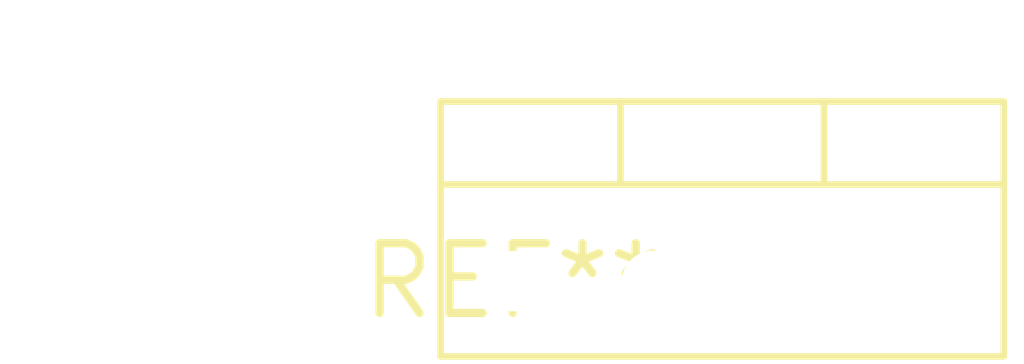
<source format=kicad_pcb>
(kicad_pcb (version 20240108) (generator pcbnew)
  (layers (0 "F.Cu" signal) (31 "B.Cu" signal) (34 "B.Paste" user) (35 "F.Paste" user) (36 "B.SilkS" user "B.Silkscreen") (37 "F.SilkS" user "F.Silkscreen") (38 "B.Mask" user) (39 "F.Mask" user) (44 "Edge.Cuts" user))
  (net 0 "")
  (footprint "TO-220-4_Vertical" (layer "F.Cu") (at 0 0)
    (property "Reference" "REF**")
    (property "Value" "TO-220-4_Vertical")
    (fp_line (start -1.31 -3.27) (end -1.31 1.371) (layer "F.SilkS") (stroke (width 0.12)))
    (fp_line (start -1.31 -3.27) (end 8.93 -3.27) (layer "F.SilkS") (stroke (width 0.12)))
    (fp_line (start -1.31 -1.76) (end 8.93 -1.76) (layer "F.SilkS") (stroke (width 0.12)))
    (fp_line (start -1.31 1.371) (end 8.93 1.371) (layer "F.SilkS") (stroke (width 0.12)))
    (fp_line (start 1.96 -3.27) (end 1.96 -1.76) (layer "F.SilkS") (stroke (width 0.12)))
    (fp_line (start 5.66 -3.27) (end 5.66 -1.76) (layer "F.SilkS") (stroke (width 0.12)))
    (fp_line (start 8.93 -3.27) (end 8.93 1.371) (layer "F.SilkS") (stroke (width 0.12)))
    (pad "1" thru_hole rect (at 0 0) (size 1.905 2) (drill 1.1) (layers *.Cu *.Mask) (remove_unused_layers))
    (pad "2" thru_hole oval (at 2.54 0) (size 1.905 2) (drill 1.1) (layers *.Cu *.Mask) (remove_unused_layers))
    (pad "3" thru_hole oval (at 5.08 0) (size 1.905 2) (drill 1.1) (layers *.Cu *.Mask) (remove_unused_layers))
    (pad "4" thru_hole oval (at 7.62 0) (size 1.905 2) (drill 1.1) (layers *.Cu *.Mask) (remove_unused_layers))
  )
)
</source>
